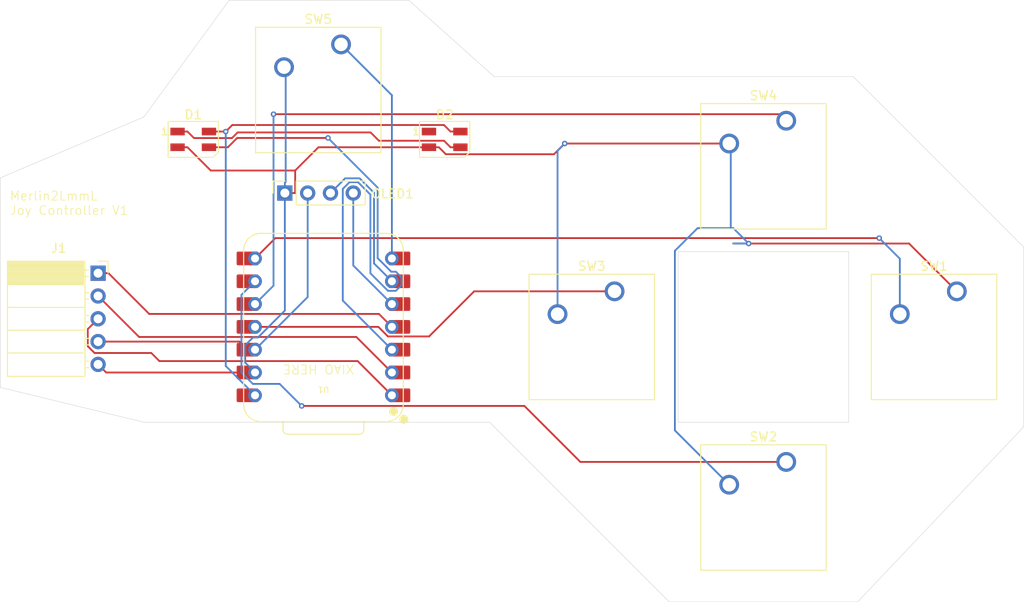
<source format=kicad_pcb>
(kicad_pcb (version 20241229) (generator "pcbnew") (generator_version "9.0")
  (layers (0 "F.Cu" signal) (2 "B.Cu" signal) (13 "F.Paste" user) (15 "B.Paste" user) (5 "F.SilkS" user "F.Silkscreen") (7 "B.SilkS" user "B.Silkscreen") (1 "F.Mask" user) (3 "B.Mask" user) (25 "Edge.Cuts" user))
  (net 0 "")
  (net 1 "GND")
  (net 2 "Net-(D1-DOUT)")
  (net 3 "Net-(D1-DIN)")
  (net 4 "+5V")
  (net 6 "Net-(J1-Pin_3)")
  (net 7 "Net-(J1-Pin_2)")
  (net 8 "Net-(J1-Pin_4)")
  (net 9 "Net-(U1-GPIO1{slash}RX)")
  (net 10 "Net-(U1-GPIO2{slash}SCK)")
  (net 11 "Net-(U1-GPIO3{slash}MOSI)")
  (net 12 "Net-(U1-GPIO4{slash}MISO)")
  (net 13 "Net-(U1-GPIO0{slash}TX)")
  (net 14 "Net-(J1-Pin_1)")
  (net 15 "Net-(OLED1-Pin_4)")
  (net 16 "Net-(OLED1-Pin_3)")
  (footprint "Button_Switch_Keyboard:SW_Cherry_MX_1.00u_PCB" (layer "F.Cu") (at 184.04 69.42)
    (property "Reference" "SW4" (at -2.54 -2.794 0) (layer "F.SilkS"))
    (property "Value" "SW_Push")
    (fp_line (start -9.525 -1.905) (end 4.445 -1.905) (stroke (width 0.12)) (layer "F.SilkS"))
    (fp_line (start -9.525 12.065) (end -9.525 -1.905) (stroke (width 0.12)) (layer "F.SilkS"))
    (fp_line (start 4.445 -1.905) (end 4.445 12.065) (stroke (width 0.12)) (layer "F.SilkS"))
    (fp_line (start 4.445 12.065) (end -9.525 12.065) (stroke (width 0.12)) (layer "F.SilkS"))
    (pad "" np_thru_hole circle (at -7.62 5.08) (size 1.7 1.7) (drill 1.7) (layers "*.Cu" "*.Mask"))
    (pad "" np_thru_hole circle (at -2.54 5.08) (size 4 4) (drill 4) (layers "*.Cu" "*.Mask"))
    (pad "" np_thru_hole circle (at 2.54 5.08) (size 1.7 1.7) (drill 1.7) (layers "*.Cu" "*.Mask"))
    (pad "1" thru_hole circle (at 0 0) (size 2.2 2.2) (drill 1.5) (layers "*.Cu" "*.Mask") (net 12 "Net-(U1-GPIO4{slash}MISO)"))
    (pad "2" thru_hole circle (at -6.35 2.54) (size 2.2 2.2) (drill 1.5) (layers "*.Cu" "*.Mask") (net 1 "GND"))
  )
  (footprint "Connector_PinSocket_2.54mm:PinSocket_1x04_P2.54mm_Vertical" (layer "F.Cu") (at 128.2 77.475 90)
    (property "Reference" "OLED1" (at -0.08 12 180) (layer "F.SilkS"))
    (property "Value" "Conn_01x04_Socket")
    (fp_line (start 1.33 -1.33) (end 1.33 0) (stroke (width 0.12)) (layer "F.SilkS"))
    (fp_line (start 0 -1.33) (end 1.33 -1.33) (stroke (width 0.12)) (layer "F.SilkS"))
    (fp_line (start 1.33 1.27) (end 1.33 8.95) (stroke (width 0.12)) (layer "F.SilkS"))
    (fp_line (start -1.33 1.27) (end 1.33 1.27) (stroke (width 0.12)) (layer "F.SilkS"))
    (fp_line (start -1.33 1.27) (end -1.33 8.95) (stroke (width 0.12)) (layer "F.SilkS"))
    (fp_line (start -1.33 8.95) (end 1.33 8.95) (stroke (width 0.12)) (layer "F.SilkS"))
    (pad "1" thru_hole rect (at 0 0 90) (size 1.7 1.7) (drill 1) (layers "*.Cu" "*.Mask") (net 1 "GND"))
    (pad "2" thru_hole circle (at 0 2.54 90) (size 1.7 1.7) (drill 1) (layers "*.Cu" "*.Mask") (net 8 "Net-(J1-Pin_4)"))
    (pad "3" thru_hole circle (at 0 5.08 90) (size 1.7 1.7) (drill 1) (layers "*.Cu" "*.Mask") (net 16 "Net-(OLED1-Pin_3)"))
    (pad "4" thru_hole circle (at 0 7.62 90) (size 1.7 1.7) (drill 1) (layers "*.Cu" "*.Mask") (net 15 "Net-(OLED1-Pin_4)"))
  )
  (footprint "LED_SMD:LED_SK6812MINI_PLCC4_3.5x3.5mm_P1.75mm" (layer "F.Cu") (at 146 71.5)
    (property "Reference" "D2" (at 0 -2.75 0) (layer "F.SilkS"))
    (property "Value" "SK6812MINI")
    (fp_line (start -2.8 -2) (end -2.8 2) (stroke (width 0.12)) (layer "F.SilkS"))
    (fp_line (start -2.8 -2) (end 2.8 -2) (stroke (width 0.12)) (layer "F.SilkS"))
    (fp_line (start -2.8 2) (end 2.2 2) (stroke (width 0.12)) (layer "F.SilkS"))
    (fp_line (start 2.8 1.4) (end 2.2 2) (stroke (width 0.12)) (layer "F.SilkS"))
    (fp_line (start 2.8 1.4) (end 2.8 -2) (stroke (width 0.12)) (layer "F.SilkS"))
    (fp_text user "1" (at -3.2 -0.875 0) (layer "F.SilkS") (effects (font (size 0.8 0.8))))
    (pad "1" smd rect (at -1.75 -0.875) (size 1.6 0.85) (layers "F.Cu" "F.Mask" "F.Paste"))
    (pad "2" smd rect (at -1.75 0.875) (size 1.6 0.85) (layers "F.Cu" "F.Mask" "F.Paste") (net 1 "GND"))
    (pad "3" smd rect (at 1.75 0.875) (size 1.6 0.85) (layers "F.Cu" "F.Mask" "F.Paste") (net 2 "Net-(D1-DOUT)"))
    (pad "4" smd rect (at 1.75 -0.875) (size 1.6 0.85) (layers "F.Cu" "F.Mask" "F.Paste") (net 4 "+5V"))
  )
  (footprint "Button_Switch_Keyboard:SW_Cherry_MX_1.00u_PCB" (layer "F.Cu") (at 203.04 88.42)
    (property "Reference" "SW1" (at -2.54 -2.794 0) (layer "F.SilkS"))
    (property "Value" "SW_Push")
    (fp_line (start -9.525 -1.905) (end 4.445 -1.905) (stroke (width 0.12)) (layer "F.SilkS"))
    (fp_line (start -9.525 12.065) (end -9.525 -1.905) (stroke (width 0.12)) (layer "F.SilkS"))
    (fp_line (start 4.445 -1.905) (end 4.445 12.065) (stroke (width 0.12)) (layer "F.SilkS"))
    (fp_line (start 4.445 12.065) (end -9.525 12.065) (stroke (width 0.12)) (layer "F.SilkS"))
    (pad "" np_thru_hole circle (at -7.62 5.08) (size 1.7 1.7) (drill 1.7) (layers "*.Cu" "*.Mask"))
    (pad "" np_thru_hole circle (at -2.54 5.08) (size 4 4) (drill 4) (layers "*.Cu" "*.Mask"))
    (pad "" np_thru_hole circle (at 2.54 5.08) (size 1.7 1.7) (drill 1.7) (layers "*.Cu" "*.Mask"))
    (pad "1" thru_hole circle (at 0 0) (size 2.2 2.2) (drill 1.5) (layers "*.Cu" "*.Mask") (net 1 "GND"))
    (pad "2" thru_hole circle (at -6.35 2.54) (size 2.2 2.2) (drill 1.5) (layers "*.Cu" "*.Mask") (net 9 "Net-(U1-GPIO1{slash}RX)"))
  )
  (footprint "Button_Switch_Keyboard:SW_Cherry_MX_1.00u_PCB" (layer "F.Cu") (at 184.04 107.42)
    (property "Reference" "SW2" (at -2.54 -2.794 0) (layer "F.SilkS"))
    (property "Value" "SW_Push")
    (fp_line (start -9.525 -1.905) (end 4.445 -1.905) (stroke (width 0.12)) (layer "F.SilkS"))
    (fp_line (start -9.525 12.065) (end -9.525 -1.905) (stroke (width 0.12)) (layer "F.SilkS"))
    (fp_line (start 4.445 -1.905) (end 4.445 12.065) (stroke (width 0.12)) (layer "F.SilkS"))
    (fp_line (start 4.445 12.065) (end -9.525 12.065) (stroke (width 0.12)) (layer "F.SilkS"))
    (pad "" np_thru_hole circle (at -7.62 5.08) (size 1.7 1.7) (drill 1.7) (layers "*.Cu" "*.Mask"))
    (pad "" np_thru_hole circle (at -2.54 5.08) (size 4 4) (drill 4) (layers "*.Cu" "*.Mask"))
    (pad "" np_thru_hole circle (at 2.54 5.08) (size 1.7 1.7) (drill 1.7) (layers "*.Cu" "*.Mask"))
    (pad "1" thru_hole circle (at 0 0) (size 2.2 2.2) (drill 1.5) (layers "*.Cu" "*.Mask") (net 10 "Net-(U1-GPIO2{slash}SCK)"))
    (pad "2" thru_hole circle (at -6.35 2.54) (size 2.2 2.2) (drill 1.5) (layers "*.Cu" "*.Mask") (net 1 "GND"))
  )
  (footprint "OPL Library:XIAO-RP2040-DIP" (layer "F.Cu") (at 132.5 92.38 180)
    (property "Reference" "U1" (at 0 -7 180) (layer "F.SilkS") (effects (font (size 0.635 0.635) (thickness 0.1016))))
    (property "Value" "XIAO-RP2040-DIP")
    (fp_line (start 8.89 8.509) (end 8.89 -8.636) (stroke (width 0.127)) (layer "F.SilkS"))
    (fp_line (start 6.985 -10.541) (end -6.985 -10.541) (stroke (width 0.1)) (layer "F.SilkS"))
    (fp_line (start 6.985 -10.541) (end -6.985 -10.541) (stroke (width 0.127)) (layer "F.SilkS"))
    (fp_line (start 4.504 -11.451) (end 4.504 -10.541) (stroke (width 0.127)) (layer "F.SilkS"))
    (fp_line (start -3.991272 -11.951) (end 4.004 -11.951) (stroke (width 0.127)) (layer "F.SilkS"))
    (fp_line (start -4.495 -10.541) (end -4.491272 -11.451272) (stroke (width 0.127)) (layer "F.SilkS"))
    (fp_line (start -6.985 10.414) (end 6.985 10.414) (stroke (width 0.127)) (layer "F.SilkS"))
    (fp_line (start -8.89 8.509) (end -8.89 -8.636) (stroke (width 0.127)) (layer "F.SilkS"))
    (fp_arc (start 8.89 8.509) (mid 8.332038 9.856038) (end 6.985 10.414) (stroke (width 0.127)) (layer "F.SilkS"))
    (fp_arc (start 6.985 -10.541) (mid 8.332038 -9.983038) (end 8.89 -8.636) (stroke (width 0.127)) (layer "F.SilkS"))
    (fp_arc (start 4.004 -11.951) (mid 4.357553 -11.804553) (end 4.504 -11.451) (stroke (width 0.127)) (layer "F.SilkS"))
    (fp_arc (start -4.491272 -11.451272) (mid -4.344728 -11.80464) (end -3.991272 -11.951) (stroke (width 0.127)) (layer "F.SilkS"))
    (fp_arc (start -6.985 10.414) (mid -8.332038 9.856038) (end -8.89 8.509) (stroke (width 0.127)) (layer "F.SilkS"))
    (fp_arc (start -8.89 -8.636) (mid -8.332038 -9.983038) (end -6.985 -10.541) (stroke (width 0.127)) (layer "F.SilkS"))
    (fp_circle (center -7.807 -9.42) (end -7.807 -9.674) (stroke (width 0.5)) (fill yes) (layer "F.SilkS"))
    (fp_circle (center -8.95 -10.3) (end -8.95 -10.554) (stroke (width 0.5)) (fill yes) (layer "F.SilkS"))
    (pad "1" smd roundrect (at -8.455 -7.62) (size 2.432 1.524) (layers "F.Cu" "F.Mask") (roundrect_rratio 0.1) (net 6 "Net-(J1-Pin_3)"))
    (pad "1" thru_hole circle (at -7.62 -7.62) (size 1.524 1.524) (drill 0.889) (layers "*.Cu" "*.Mask") (net 6 "Net-(J1-Pin_3)"))
    (pad "2" smd roundrect (at -8.455 -5.08) (size 2.432 1.524) (layers "F.Cu" "F.Mask") (roundrect_rratio 0.1) (net 7 "Net-(J1-Pin_2)"))
    (pad "2" thru_hole circle (at -7.62 -5.08) (size 1.524 1.524) (drill 0.889) (layers "*.Cu" "*.Mask") (net 7 "Net-(J1-Pin_2)"))
    (pad "3" smd roundrect (at -8.455 -2.54) (size 2.432 1.524) (layers "F.Cu" "F.Mask") (roundrect_rratio 0.1) (net 3 "Net-(D1-DIN)"))
    (pad "3" thru_hole circle (at -7.62 -2.54) (size 1.524 1.524) (drill 0.889) (layers "*.Cu" "*.Mask") (net 3 "Net-(D1-DIN)"))
    (pad "4" smd roundrect (at -8.455 0) (size 2.432 1.524) (layers "F.Cu" "F.Mask") (roundrect_rratio 0.1) (net 14 "Net-(J1-Pin_1)"))
    (pad "4" thru_hole circle (at -7.62 0) (size 1.524 1.524) (drill 0.889) (layers "*.Cu" "*.Mask") (net 14 "Net-(J1-Pin_1)"))
    (pad "5" smd roundrect (at -8.455 2.54) (size 2.432 1.524) (layers "F.Cu" "F.Mask") (roundrect_rratio 0.1) (net 15 "Net-(OLED1-Pin_4)"))
    (pad "5" thru_hole circle (at -7.62 2.54) (size 1.524 1.524) (drill 0.889) (layers "*.Cu" "*.Mask") (net 15 "Net-(OLED1-Pin_4)"))
    (pad "6" smd roundrect (at -8.455 5.08) (size 2.432 1.524) (layers "F.Cu" "F.Mask") (roundrect_rratio 0.1) (net 16 "Net-(OLED1-Pin_3)"))
    (pad "6" thru_hole circle (at -7.62 5.08) (size 1.524 1.524) (drill 0.889) (layers "*.Cu" "*.Mask") (net 16 "Net-(OLED1-Pin_3)"))
    (pad "7" smd roundrect (at -8.455 7.62) (size 2.432 1.524) (layers "F.Cu" "F.Mask") (roundrect_rratio 0.1) (net 13 "Net-(U1-GPIO0{slash}TX)"))
    (pad "7" thru_hole circle (at -7.62 7.62) (size 1.524 1.524) (drill 0.889) (layers "*.Cu" "*.Mask") (net 13 "Net-(U1-GPIO0{slash}TX)"))
    (pad "8" thru_hole circle (at 7.62 7.62 180) (size 1.524 1.524) (drill 0.889) (layers "*.Cu" "*.Mask") (net 9 "Net-(U1-GPIO1{slash}RX)"))
    (pad "8" smd roundrect (at 8.455 7.62 180) (size 2.432 1.524) (layers "F.Cu" "F.Mask") (roundrect_rratio 0.1) (net 9 "Net-(U1-GPIO1{slash}RX)"))
    (pad "9" thru_hole circle (at 7.62 5.08 180) (size 1.524 1.524) (drill 0.889) (layers "*.Cu" "*.Mask") (net 10 "Net-(U1-GPIO2{slash}SCK)"))
    (pad "9" smd roundrect (at 8.455 5.08 180) (size 2.432 1.524) (layers "F.Cu" "F.Mask") (roundrect_rratio 0.1) (net 10 "Net-(U1-GPIO2{slash}SCK)"))
    (pad "10" thru_hole circle (at 7.62 2.54 180) (size 1.524 1.524) (drill 0.889) (layers "*.Cu" "*.Mask") (net 12 "Net-(U1-GPIO4{slash}MISO)"))
    (pad "10" smd roundrect (at 8.455 2.54 180) (size 2.432 1.524) (layers "F.Cu" "F.Mask") (roundrect_rratio 0.1) (net 12 "Net-(U1-GPIO4{slash}MISO)"))
    (pad "11" thru_hole circle (at 7.62 0 180) (size 1.524 1.524) (drill 0.889) (layers "*.Cu" "*.Mask") (net 11 "Net-(U1-GPIO3{slash}MOSI)"))
    (pad "11" smd roundrect (at 8.455 0 180) (size 2.432 1.524) (layers "F.Cu" "F.Mask") (roundrect_rratio 0.1) (net 11 "Net-(U1-GPIO3{slash}MOSI)"))
    (pad "12" thru_hole circle (at 7.62 -2.54 180) (size 1.524 1.524) (drill 0.889) (layers "*.Cu" "*.Mask") (net 8 "Net-(J1-Pin_4)"))
    (pad "12" smd roundrect (at 8.455 -2.54 180) (size 2.432 1.524) (layers "F.Cu" "F.Mask") (roundrect_rratio 0.1) (net 8 "Net-(J1-Pin_4)"))
    (pad "13" thru_hole circle (at 7.62 -5.08 180) (size 1.524 1.524) (drill 0.889) (layers "*.Cu" "*.Mask") (net 1 "GND"))
    (pad "13" smd roundrect (at 8.455 -5.08 180) (size 2.432 1.524) (layers "F.Cu" "F.Mask") (roundrect_rratio 0.1) (net 1 "GND"))
    (pad "14" thru_hole circle (at 7.62 -7.62 180) (size 1.524 1.524) (drill 0.889) (layers "*.Cu" "*.Mask") (net 4 "+5V"))
    (pad "14" smd roundrect (at 8.455 -7.62 180) (size 2.432 1.524) (layers "F.Cu" "F.Mask") (roundrect_rratio 0.1) (net 4 "+5V"))
  )
  (footprint "Button_Switch_Keyboard:SW_Cherry_MX_1.00u_PCB" (layer "F.Cu") (at 134.46 60.92)
    (property "Reference" "SW5" (at -2.54 -2.794 0) (layer "F.SilkS"))
    (property "Value" "SW_Push")
    (fp_line (start -9.525 -1.905) (end 4.445 -1.905) (stroke (width 0.12)) (layer "F.SilkS"))
    (fp_line (start -9.525 12.065) (end -9.525 -1.905) (stroke (width 0.12)) (layer "F.SilkS"))
    (fp_line (start 4.445 -1.905) (end 4.445 12.065) (stroke (width 0.12)) (layer "F.SilkS"))
    (fp_line (start 4.445 12.065) (end -9.525 12.065) (stroke (width 0.12)) (layer "F.SilkS"))
    (pad "" np_thru_hole circle (at -7.62 5.08) (size 1.7 1.7) (drill 1.7) (layers "*.Cu" "*.Mask"))
    (pad "" np_thru_hole circle (at -2.54 5.08) (size 4 4) (drill 4) (layers "*.Cu" "*.Mask"))
    (pad "" np_thru_hole circle (at 2.54 5.08) (size 1.7 1.7) (drill 1.7) (layers "*.Cu" "*.Mask"))
    (pad "1" thru_hole circle (at 0 0) (size 2.2 2.2) (drill 1.5) (layers "*.Cu" "*.Mask") (net 13 "Net-(U1-GPIO0{slash}TX)"))
    (pad "2" thru_hole circle (at -6.35 2.54) (size 2.2 2.2) (drill 1.5) (layers "*.Cu" "*.Mask") (net 1 "GND"))
  )
  (footprint "Button_Switch_Keyboard:SW_Cherry_MX_1.00u_PCB" (layer "F.Cu") (at 164.92 88.42)
    (property "Reference" "SW3" (at -2.54 -2.794 0) (layer "F.SilkS"))
    (property "Value" "SW_Push")
    (fp_line (start -9.525 -1.905) (end 4.445 -1.905) (stroke (width 0.12)) (layer "F.SilkS"))
    (fp_line (start -9.525 12.065) (end -9.525 -1.905) (stroke (width 0.12)) (layer "F.SilkS"))
    (fp_line (start 4.445 -1.905) (end 4.445 12.065) (stroke (width 0.12)) (layer "F.SilkS"))
    (fp_line (start 4.445 12.065) (end -9.525 12.065) (stroke (width 0.12)) (layer "F.SilkS"))
    (pad "" np_thru_hole circle (at -7.62 5.08) (size 1.7 1.7) (drill 1.7) (layers "*.Cu" "*.Mask"))
    (pad "" np_thru_hole circle (at -2.54 5.08) (size 4 4) (drill 4) (layers "*.Cu" "*.Mask"))
    (pad "" np_thru_hole circle (at 2.54 5.08) (size 1.7 1.7) (drill 1.7) (layers "*.Cu" "*.Mask"))
    (pad "1" thru_hole circle (at 0 0) (size 2.2 2.2) (drill 1.5) (layers "*.Cu" "*.Mask") (net 11 "Net-(U1-GPIO3{slash}MOSI)"))
    (pad "2" thru_hole circle (at -6.35 2.54) (size 2.2 2.2) (drill 1.5) (layers "*.Cu" "*.Mask") (net 1 "GND"))
  )
  (footprint "Connector_PinSocket_2.54mm:PinSocket_1x05_P2.54mm_Horizontal" (layer "F.Cu") (at 107.4 86.4)
    (property "Reference" "J1" (at -4.38 -2.77 0) (layer "F.SilkS"))
    (property "Value" "JOY1")
    (fp_line (start -10.09 -1.33) (end -10.09 11.49) (stroke (width 0.12)) (layer "F.SilkS"))
    (fp_line (start -10.09 -1.33) (end -1.46 -1.33) (stroke (width 0.12)) (layer "F.SilkS"))
    (fp_line (start -10.09 -1.21) (end -1.46 -1.21) (stroke (width 0.12)) (layer "F.SilkS"))
    (fp_line (start -10.09 -1.091905) (end -1.46 -1.091905) (stroke (width 0.12)) (layer "F.SilkS"))
    (fp_line (start -10.09 -0.97381) (end -1.46 -0.97381) (stroke (width 0.12)) (layer "F.SilkS"))
    (fp_line (start -10.09 -0.855715) (end -1.46 -0.855715) (stroke (width 0.12)) (layer "F.SilkS"))
    (fp_line (start -10.09 -0.73762) (end -1.46 -0.73762) (stroke (width 0.12)) (layer "F.SilkS"))
    (fp_line (start -10.09 -0.619525) (end -1.46 -0.619525) (stroke (width 0.12)) (layer "F.SilkS"))
    (fp_line (start -10.09 -0.50143) (end -1.46 -0.50143) (stroke (width 0.12)) (layer "F.SilkS"))
    (fp_line (start -10.09 -0.383335) (end -1.46 -0.383335) (stroke (width 0.12)) (layer "F.SilkS"))
    (fp_line (start -10.09 -0.26524) (end -1.46 -0.26524) (stroke (width 0.12)) (layer "F.SilkS"))
    (fp_line (start -10.09 -0.147145) (end -1.46 -0.147145) (stroke (width 0.12)) (layer "F.SilkS"))
    (fp_line (start -10.09 -0.02905) (end -1.46 -0.02905) (stroke (width 0.12)) (layer "F.SilkS"))
    (fp_line (start -10.09 0.089045) (end -1.46 0.089045) (stroke (width 0.12)) (layer "F.SilkS"))
    (fp_line (start -10.09 0.20714) (end -1.46 0.20714) (stroke (width 0.12)) (layer "F.SilkS"))
    (fp_line (start -10.09 0.325235) (end -1.46 0.325235) (stroke (width 0.12)) (layer "F.SilkS"))
    (fp_line (start -10.09 0.44333) (end -1.46 0.44333) (stroke (width 0.12)) (layer "F.SilkS"))
    (fp_line (start -10.09 0.561425) (end -1.46 0.561425) (stroke (width 0.12)) (layer "F.SilkS"))
    (fp_line (start -10.09 0.67952) (end -1.46 0.67952) (stroke (width 0.12)) (layer "F.SilkS"))
    (fp_line (start -10.09 0.797615) (end -1.46 0.797615) (stroke (width 0.12)) (layer "F.SilkS"))
    (fp_line (start -10.09 0.91571) (end -1.46 0.91571) (stroke (width 0.12)) (layer "F.SilkS"))
    (fp_line (start -10.09 1.033805) (end -1.46 1.033805) (stroke (width 0.12)) (layer "F.SilkS"))
    (fp_line (start -10.09 1.1519) (end -1.46 1.1519) (stroke (width 0.12)) (layer "F.SilkS"))
    (fp_line (start -10.09 1.27) (end -1.46 1.27) (stroke (width 0.12)) (layer "F.SilkS"))
    (fp_line (start -10.09 3.81) (end -1.46 3.81) (stroke (width 0.12)) (layer "F.SilkS"))
    (fp_line (start -10.09 6.35) (end -1.46 6.35) (stroke (width 0.12)) (layer "F.SilkS"))
    (fp_line (start -10.09 8.89) (end -1.46 8.89) (stroke (width 0.12)) (layer "F.SilkS"))
    (fp_line (start -10.09 11.49) (end -1.46 11.49) (stroke (width 0.12)) (layer "F.SilkS"))
    (fp_line (start -1.46 -1.33) (end -1.46 11.49) (stroke (width 0.12)) (layer "F.SilkS"))
    (fp_line (start -1.46 -0.36) (end -1.11 -0.36) (stroke (width 0.12)) (layer "F.SilkS"))
    (fp_line (start -1.46 0.36) (end -1.11 0.36) (stroke (width 0.12)) (layer "F.SilkS"))
    (fp_line (start -1.46 2.18) (end -1.05 2.18) (stroke (width 0.12)) (layer "F.SilkS"))
    (fp_line (start -1.46 2.9) (end -1.05 2.9) (stroke (width 0.12)) (layer "F.SilkS"))
    (fp_line (start -1.46 4.72) (end -1.05 4.72) (stroke (width 0.12)) (layer "F.SilkS"))
    (fp_line (start -1.46 5.44) (end -1.05 5.44) (stroke (width 0.12)) (layer "F.SilkS"))
    (fp_line (start -1.46 7.26) (end -1.05 7.26) (stroke (width 0.12)) (layer "F.SilkS"))
    (fp_line (start -1.46 7.98) (end -1.05 7.98) (stroke (width 0.12)) (layer "F.SilkS"))
    (fp_line (start -1.46 9.8) (end -1.05 9.8) (stroke (width 0.12)) (layer "F.SilkS"))
    (fp_line (start -1.46 10.52) (end -1.05 10.52) (stroke (width 0.12)) (layer "F.SilkS"))
    (fp_line (start 0 -1.33) (end 1.11 -1.33) (stroke (width 0.12)) (layer "F.SilkS"))
    (fp_line (start 1.11 -1.33) (end 1.11 0) (stroke (width 0.12)) (layer "F.SilkS"))
    (pad "1" thru_hole rect (at 0 0) (size 1.7 1.7) (drill 1) (layers "*.Cu" "*.Mask") (net 14 "Net-(J1-Pin_1)"))
    (pad "2" thru_hole circle (at 0 2.54) (size 1.7 1.7) (drill 1) (layers "*.Cu" "*.Mask") (net 7 "Net-(J1-Pin_2)"))
    (pad "3" thru_hole circle (at 0 5.08) (size 1.7 1.7) (drill 1) (layers "*.Cu" "*.Mask") (net 6 "Net-(J1-Pin_3)"))
    (pad "4" thru_hole circle (at 0 7.62) (size 1.7 1.7) (drill 1) (layers "*.Cu" "*.Mask") (net 8 "Net-(J1-Pin_4)"))
    (pad "5" thru_hole circle (at 0 10.16) (size 1.7 1.7) (drill 1) (layers "*.Cu" "*.Mask") (net 1 "GND"))
  )
  (footprint "LED_SMD:LED_SK6812MINI_PLCC4_3.5x3.5mm_P1.75mm" (layer "F.Cu") (at 118 71.5)
    (property "Reference" "D1" (at 0 -2.75 0) (layer "F.SilkS"))
    (property "Value" "SK6812MINI")
    (fp_line (start -2.8 -2) (end -2.8 2) (stroke (width 0.12)) (layer "F.SilkS"))
    (fp_line (start -2.8 -2) (end 2.8 -2) (stroke (width 0.12)) (layer "F.SilkS"))
    (fp_line (start -2.8 2) (end 2.2 2) (stroke (width 0.12)) (layer "F.SilkS"))
    (fp_line (start 2.8 1.4) (end 2.2 2) (stroke (width 0.12)) (layer "F.SilkS"))
    (fp_line (start 2.8 1.4) (end 2.8 -2) (stroke (width 0.12)) (layer "F.SilkS"))
    (fp_text user "1" (at -3.2 -0.875 0) (layer "F.SilkS") (effects (font (size 0.8 0.8))))
    (pad "1" smd rect (at -1.75 -0.875) (size 1.6 0.85) (layers "F.Cu" "F.Mask" "F.Paste") (net 2 "Net-(D1-DOUT)"))
    (pad "2" smd rect (at -1.75 0.875) (size 1.6 0.85) (layers "F.Cu" "F.Mask" "F.Paste") (net 1 "GND"))
    (pad "3" smd rect (at 1.75 0.875) (size 1.6 0.85) (layers "F.Cu" "F.Mask" "F.Paste") (net 3 "Net-(D1-DIN)"))
    (pad "4" smd rect (at 1.75 -0.875) (size 1.6 0.85) (layers "F.Cu" "F.Mask" "F.Paste") (net 4 "+5V"))
  )
  (gr_line (start 192 123) (end 210.5 103.5) (stroke (width 0.05)) (layer "Edge.Cuts"))
  (gr_line (start 151.5 64.5) (end 142 56) (stroke (width 0.05)) (layer "Edge.Cuts"))
  (gr_line (start 171 123) (end 151 103) (stroke (width 0.05)) (layer "Edge.Cuts"))
  (gr_line (start 96.5 75.787879) (end 96.5 99.121212) (stroke (width 0.05)) (layer "Edge.Cuts"))
  (gr_line (start 112.5 69) (end 112.5 69) (stroke (width 0.05)) (layer "Edge.Cuts"))
  (gr_rect (start 172 84) (end 191 103) (stroke (width 0.05)) (fill no) (layer "Edge.Cuts"))
  (gr_line (start 191.5 64.5) (end 151.5 64.5) (stroke (width 0.05)) (layer "Edge.Cuts"))
  (gr_line (start 192 123) (end 171 123) (stroke (width 0.05)) (layer "Edge.Cuts"))
  (gr_line (start 210.5 103.5) (end 210.5 83.5) (stroke (width 0.05)) (layer "Edge.Cuts"))
  (gr_line (start 112.5 69) (end 96.499999 75.787879) (stroke (width 0.05)) (layer "Edge.Cuts"))
  (gr_line (start 142 56) (end 122 56) (stroke (width 0.05)) (layer "Edge.Cuts"))
  (gr_line (start 210.5 83.5) (end 191.5 64.5) (stroke (width 0.05)) (layer "Edge.Cuts"))
  (gr_line (start 112.5 103) (end 151 103) (stroke (width 0.05)) (layer "Edge.Cuts"))
  (gr_line (start 122 56) (end 112.5 69) (stroke (width 0.05)) (layer "Edge.Cuts"))
  (gr_line (start 96.5 99.121212) (end 112.5 103) (stroke (width 0.05)) (layer "Edge.Cuts"))
  (gr_text "Merlin2LmmL\nJoy Controller V1" (at 97.5 80 0) (layer "F.SilkS") (effects (font (size 1 1) (thickness 0.1)) (justify left bottom)))
  (gr_text "XIAO HERE" (at 136 96.5 180) (layer "F.SilkS") (effects (font (size 1 1) (thickness 0.1)) (justify left bottom)))
  (segment (start 144.25 72.375) (end 145.3517 72.375) (width 0.2) (layer "F.Cu") (net 1))
  (segment (start 128.2 77.475) (end 129.3517 77.475) (width 0.2) (layer "F.Cu") (net 1))
  (segment (start 179.8566 83.0974) (end 197.7174 83.0974) (width 0.2) (layer "F.Cu") (net 1))
  (segment (start 117.3517 72.375) (end 119.9426 74.9659) (width 0.2) (layer "F.Cu") (net 1))
  (segment (start 144.25 72.375) (end 131.9426 72.375) (width 0.2) (layer "F.Cu") (net 1))
  (segment (start 177.69 71.96) (end 159.367 71.96) (width 0.2) (layer "F.Cu") (net 1))
  (segment (start 179.8566 83.0974) (end 178.1469 83.0974) (width 0.2) (layer "F.Cu") (net 1))
  (segment (start 116.25 72.375) (end 117.3517 72.375) (width 0.2) (layer "F.Cu") (net 1))
  (segment (start 129.3517 74.9659) (end 129.3517 77.475) (width 0.2) (layer "F.Cu") (net 1))
  (segment (start 124.045 97.46) (end 108.3 97.46) (width 0.2) (layer "F.Cu") (net 1))
  (segment (start 178.1469 83.0974) (end 179.8566 83.0974) (width 0.2) (layer "F.Cu") (net 1))
  (segment (start 131.9426 72.375) (end 129.3517 74.9659) (width 0.2) (layer "F.Cu") (net 1))
  (segment (start 197.7174 83.0974) (end 203.04 88.42) (width 0.2) (layer "F.Cu") (net 1))
  (segment (start 145.3517 72.375) (end 146.1275 73.1508) (width 0.2) (layer "F.Cu") (net 1))
  (segment (start 146.1275 73.1508) (end 158.1762 73.1508) (width 0.2) (layer "F.Cu") (net 1))
  (segment (start 119.9426 74.9659) (end 129.3517 74.9659) (width 0.2) (layer "F.Cu") (net 1))
  (segment (start 158.1762 73.1508) (end 159.367 71.96) (width 0.2) (layer "F.Cu") (net 1))
  (segment (start 108.3 97.46) (end 107.4 96.56) (width 0.2) (layer "F.Cu") (net 1))
  (segment (start 124.045 97.46) (end 124.88 97.46) (width 0.2) (layer "F.Cu") (net 1))
  (via (at 179.8566 83.0974) (size 0.6) (drill 0.3) (layers "F.Cu" "B.Cu") (net 1))
  (via (at 159.367 71.96) (size 0.6) (drill 0.3) (layers "F.Cu" "B.Cu") (net 1))
  (segment (start 177.8613 81.3877) (end 177.8613 72.1313) (width 0.2) (layer "B.Cu") (net 1))
  (segment (start 124.88 97.46) (end 123.7925 96.3725) (width 0.2) (layer "B.Cu") (net 1))
  (segment (start 128.2 90.5644) (end 128.2 77.475) (width 0.2) (layer "B.Cu") (net 1))
  (segment (start 128.11 63.46) (end 128.2917 63.6417) (width 0.2) (layer "B.Cu") (net 1))
  (segment (start 179.8566 83.0974) (end 178.1469 81.3877) (width 0.2) (layer "B.Cu") (net 1))
  (segment (start 174.1629 81.3877) (end 171.6383 83.9123) (width 0.2) (layer "B.Cu") (net 1))
  (segment (start 123.7925 94.4208) (end 124.6512 93.5621) (width 0.2) (layer "B.Cu") (net 1))
  (segment (start 128.2917 76.2316) (end 128.2 76.3233) (width 0.2) (layer "B.Cu") (net 1))
  (segment (start 124.6512 93.5621) (end 125.2023 93.5621) (width 0.2) (layer "B.Cu") (net 1))
  (segment (start 178.1469 83.0974) (end 179.8566 83.0974) (width 0.2) (layer "B.Cu") (net 1))
  (segment (start 179.8566 83.0974) (end 178.1469 83.0974) (width 0.2) (layer "B.Cu") (net 1))
  (segment (start 158.57 72.757) (end 158.57 90.96) (width 0.2) (layer "B.Cu") (net 1))
  (segment (start 128.2 77.2241) (end 128.2 76.3233) (width 0.2) (layer "B.Cu") (net 1))
  (segment (start 171.6383 83.9123) (end 171.6383 103.9083) (width 0.2) (layer "B.Cu") (net 1))
  (segment (start 177.8613 81.3877) (end 174.1629 81.3877) (width 0.2) (layer "B.Cu") (net 1))
  (segment (start 125.2023 93.5621) (end 128.2 90.5644) (width 0.2) (layer "B.Cu") (net 1))
  (segment (start 178.1469 81.3877) (end 177.8613 81.3877) (width 0.2) (layer "B.Cu") (net 1))
  (segment (start 123.7925 96.3725) (end 123.7925 94.4208) (width 0.2) (layer "B.Cu") (net 1))
  (segment (start 177.8613 72.1313) (end 177.69 71.96) (width 0.2) (layer "B.Cu") (net 1))
  (segment (start 159.367 71.96) (end 158.57 72.757) (width 0.2) (layer "B.Cu") (net 1))
  (segment (start 171.6383 103.9083) (end 177.69 109.96) (width 0.2) (layer "B.Cu") (net 1))
  (segment (start 128.2 77.2241) (end 128.2 77.475) (width 0.2) (layer "B.Cu") (net 1))
  (segment (start 128.2917 63.6417) (end 128.2917 76.2316) (width 0.2) (layer "B.Cu") (net 1))
  (segment (start 147.75 72.375) (end 146.6483 72.375) (width 0.2) (layer "F.Cu") (net 2))
  (segment (start 145.9216 71.6483) (end 146.6483 72.375) (width 0.2) (layer "F.Cu") (net 2))
  (segment (start 122.3096 71.3517) (end 122.9376 70.7237) (width 0.2) (layer "F.Cu") (net 2))
  (segment (start 138.6719 71.6483) (end 145.9216 71.6483) (width 0.2) (layer "F.Cu") (net 2))
  (segment (start 122.9376 70.7237) (end 137.7473 70.7237) (width 0.2) (layer "F.Cu") (net 2))
  (segment (start 116.25 70.625) (end 117.3517 70.625) (width 0.2) (layer "F.Cu") (net 2))
  (segment (start 117.3517 70.625) (end 118.0784 71.3517) (width 0.2) (layer "F.Cu") (net 2))
  (segment (start 137.7473 70.7237) (end 138.6719 71.6483) (width 0.2) (layer "F.Cu") (net 2))
  (segment (start 118.0784 71.3517) (end 122.3096 71.3517) (width 0.2) (layer "F.Cu") (net 2))
  (segment (start 120.8517 72.375) (end 121.8545 72.375) (width 0.2) (layer "F.Cu") (net 3))
  (segment (start 122.8892 71.3403) (end 133.0038 71.3403) (width 0.2) (layer "F.Cu") (net 3))
  (segment (start 121.8545 72.375) (end 122.8892 71.3403) (width 0.2) (layer "F.Cu") (net 3))
  (segment (start 119.75 72.375) (end 120.8517 72.375) (width 0.2) (layer "F.Cu") (net 3))
  (segment (start 140.12 94.92) (end 140.955 94.92) (width 0.2) (layer "F.Cu") (net 3))
  (via (at 133.0038 71.3403) (size 0.6) (drill 0.3) (layers "F.Cu" "B.Cu") (net 3))
  (segment (start 140.5607 88.3637) (end 141.1837 87.7407) (width 0.2) (layer "B.Cu") (net 3))
  (segment (start 138.5332 76.8697) (end 133.0038 71.3403) (width 0.2) (layer "B.Cu") (net 3))
  (segment (start 138.5332 84.7209) (end 138.5332 76.8697) (width 0.2) (layer "B.Cu") (net 3))
  (segment (start 140.5607 86.2363) (end 140.0486 86.2363) (width 0.2) (layer "B.Cu") (net 3))
  (segment (start 141.1837 86.8593) (end 140.5607 86.2363) (width 0.2) (layer "B.Cu") (net 3))
  (segment (start 137.7297 77.6468) (end 137.7297 86.414) (width 0.2) (layer "B.Cu") (net 3))
  (segment (start 136.3468 76.2639) (end 137.7297 77.6468) (width 0.2) (layer "B.Cu") (net 3))
  (segment (start 134.6506 89.4506) (end 134.6506 77.0147) (width 0.2) (layer "B.Cu") (net 3))
  (segment (start 139.6794 88.3637) (end 140.5607 88.3637) (width 0.2) (layer "B.Cu") (net 3))
  (segment (start 137.7297 86.414) (end 139.6794 88.3637) (width 0.2) (layer "B.Cu") (net 3))
  (segment (start 141.1837 87.7407) (end 141.1837 86.8593) (width 0.2) (layer "B.Cu") (net 3))
  (segment (start 134.6506 77.0147) (end 135.4014 76.2639) (width 0.2) (layer "B.Cu") (net 3))
  (segment (start 140.12 94.92) (end 134.6506 89.4506) (width 0.2) (layer "B.Cu") (net 3))
  (segment (start 135.4014 76.2639) (end 136.3468 76.2639) (width 0.2) (layer "B.Cu") (net 3))
  (segment (start 140.0486 86.2363) (end 138.5332 84.7209) (width 0.2) (layer "B.Cu") (net 3))
  (segment (start 147.75 70.625) (end 146.6483 70.625) (width 0.2) (layer "F.Cu") (net 4))
  (segment (start 119.75 70.625) (end 120.9129 70.625) (width 0.2) (layer "F.Cu") (net 4))
  (segment (start 124.88 100) (end 124.045 100) (width 0.2) (layer "F.Cu") (net 4))
  (segment (start 121.6175 70.6251) (end 121.6174 70.625) (width 0.2) (layer "F.Cu") (net 4))
  (segment (start 120.9542 70.625) (end 120.9129 70.625) (width 0.2) (layer "F.Cu") (net 4))
  (segment (start 121.6174 70.625) (end 122.3441 69.8983) (width 0.2) (layer "F.Cu") (net 4))
  (segment (start 122.3441 69.8983) (end 145.9216 69.8983) (width 0.2) (layer "F.Cu") (net 4))
  (segment (start 121.6174 70.625) (end 120.9542 70.625) (width 0.2) (layer "F.Cu") (net 4))
  (segment (start 145.9216 69.8983) (end 146.6483 70.625) (width 0.2) (layer "F.Cu") (net 4))
  (segment (start 121.6175 70.6251) (end 121.6174 70.625) (width 0.2) (layer "F.Cu") (net 4))
  (via (at 121.6174 70.625) (size 0.6) (drill 0.3) (layers "F.Cu" "B.Cu") (net 4))
  (segment (start 124.88 100) (end 121.6175 96.7375) (width 0.2) (layer "B.Cu") (net 4))
  (segment (start 121.6175 96.7375) (end 121.6175 70.6251) (width 0.2) (layer "B.Cu") (net 4))
  (segment (start 121.6175 70.6251) (end 121.6174 70.625) (width 0.2) (layer "B.Cu") (net 4))
  (segment (start 106.2478 92.6322) (end 107.4 91.48) (width 0.2) (layer "F.Cu") (net 6))
  (segment (start 140.955 100) (end 140.12 100) (width 0.2) (layer "F.Cu") (net 6))
  (segment (start 106.2478 94.5303) (end 106.2478 92.6322) (width 0.2) (layer "F.Cu") (net 6))
  (segment (start 136.31 96.19) (end 114.2243 96.19) (width 0.2) (layer "F.Cu") (net 6))
  (segment (start 114.2243 96.19) (end 113.3243 95.29) (width 0.2) (layer "F.Cu") (net 6))
  (segment (start 140.12 100) (end 136.31 96.19) (width 0.2) (layer "F.Cu") (net 6))
  (segment (start 113.3243 95.29) (end 107.0075 95.29) (width 0.2) (layer "F.Cu") (net 6))
  (segment (start 107.0075 95.29) (end 106.2478 94.5303) (width 0.2) (layer "F.Cu") (net 6))
  (segment (start 111.9644 93.5044) (end 136.1644 93.5044) (width 0.2) (layer "F.Cu") (net 7))
  (segment (start 140.12 97.46) (end 140.955 97.46) (width 0.2) (layer "F.Cu") (net 7))
  (segment (start 136.1644 93.5044) (end 140.12 97.46) (width 0.2) (layer "F.Cu") (net 7))
  (segment (start 107.4 88.94) (end 111.9644 93.5044) (width 0.2) (layer "F.Cu") (net 7))
  (segment (start 124.045 94.92) (end 124.88 94.92) (width 0.2) (layer "F.Cu") (net 8))
  (segment (start 107.4 94.02) (end 123.145 94.02) (width 0.2) (layer "F.Cu") (net 8))
  (segment (start 123.145 94.02) (end 124.045 94.92) (width 0.2) (layer "F.Cu") (net 8))
  (segment (start 130.74 89.06) (end 130.74 77.475) (width 0.2) (layer "B.Cu") (net 8))
  (segment (start 124.88 94.92) (end 130.74 89.06) (width 0.2) (layer "B.Cu") (net 8))
  (segment (start 124.88 84.76) (end 124.8583 84.76) (width 0.2) (layer "F.Cu") (net 9))
  (segment (start 124.4625 84.76) (end 124.045 84.76) (width 0.2) (layer "F.Cu") (net 9))
  (segment (start 124.6713 84.76) (end 124.4625 84.76) (width 0.2) (layer "F.Cu") (net 9))
  (segment (start 127.1461 82.4939) (end 194.3959 82.4939) (width 0.2) (layer "F.Cu") (net 9))
  (segment (start 124.7757 84.76) (end 124.6713 84.76) (width 0.2) (layer "F.Cu") (net 9))
  (segment (start 124.817 84.76) (end 124.7757 84.76) (width 0.2) (layer "F.Cu") (net 9))
  (segment (start 124.88 84.76) (end 127.1461 82.4939) (width 0.2) (layer "F.Cu") (net 9))
  (segment (start 124.8583 84.76) (end 124.817 84.76) (width 0.2) (layer "F.Cu") (net 9))
  (via (at 194.3959 82.4939) (size 0.6) (drill 0.3) (layers "F.Cu" "B.Cu") (net 9))
  (segment (start 194.3959 82.4939) (end 196.69 84.788) (width 0.2) (layer "B.Cu") (net 9))
  (segment (start 196.69 84.788) (end 196.69 90.96) (width 0.2) (layer "B.Cu") (net 9))
  (segment (start 154.8792 101.1865) (end 161.1127 107.42) (width 0.2) (layer "F.Cu") (net 10))
  (segment (start 124.045 87.3) (end 124.88 87.3) (width 0.2) (layer "F.Cu") (net 10))
  (segment (start 130.0755 101.1865) (end 154.8792 101.1865) (width 0.2) (layer "F.Cu") (net 10))
  (segment (start 161.1127 107.42) (end 184.04 107.42) (width 0.2) (layer "F.Cu") (net 10))
  (via (at 130.0755 101.1865) (size 0.6) (drill 0.3) (layers "F.Cu" "B.Cu") (net 10))
  (segment (start 127.619 98.73) (end 130.0755 101.1865) (width 0.2) (layer "B.Cu") (net 10))
  (segment (start 124.88 87.3) (end 123.366 88.814) (width 0.2) (layer "B.Cu") (net 10))
  (segment (start 123.366 97.4608) (end 124.6352 98.73) (width 0.2) (layer "B.Cu") (net 10))
  (segment (start 123.366 88.814) (end 123.366 97.4608) (width 0.2) (layer "B.Cu") (net 10))
  (segment (start 124.6352 98.73) (end 127.619 98.73) (width 0.2) (layer "B.Cu") (net 10))
  (segment (start 124.045 92.38) (end 124.88 92.38) (width 0.2) (layer "F.Cu") (net 11))
  (segment (start 144.2616 93.4443) (end 139.68 93.4443) (width 0.2) (layer "F.Cu") (net 11))
  (segment (start 164.92 88.42) (end 149.2859 88.42) (width 0.2) (layer "F.Cu") (net 11))
  (segment (start 149.2859 88.42) (end 144.2616 93.4443) (width 0.2) (layer "F.Cu") (net 11))
  (segment (start 138.6157 92.38) (end 124.88 92.38) (width 0.2) (layer "F.Cu") (net 11))
  (segment (start 139.68 93.4443) (end 138.6157 92.38) (width 0.2) (layer "F.Cu") (net 11))
  (segment (start 126.9374 68.692) (end 183.312 68.692) (width 0.2) (layer "F.Cu") (net 12))
  (segment (start 183.312 68.692) (end 184.04 69.42) (width 0.2) (layer "F.Cu") (net 12))
  (segment (start 124.88 89.84) (end 124.045 89.84) (width 0.2) (layer "F.Cu") (net 12))
  (via (at 126.9374 68.692) (size 0.6) (drill 0.3) (layers "F.Cu" "B.Cu") (net 12))
  (segment (start 126.9374 87.7826) (end 126.9374 68.692) (width 0.2) (layer "B.Cu") (net 12))
  (segment (start 124.88 89.84) (end 126.9374 87.7826) (width 0.2) (layer "B.Cu") (net 12))
  (segment (start 140.12 84.76) (end 140.955 84.76) (width 0.2) (layer "F.Cu") (net 13))
  (segment (start 140.12 66.58) (end 140.12 84.76) (width 0.2) (layer "B.Cu") (net 13))
  (segment (start 134.46 60.92) (end 140.12 66.58) (width 0.2) (layer "B.Cu") (net 13))
  (segment (start 140.12 92.38) (end 140.955 92.38) (width 0.2) (layer "F.Cu") (net 14))
  (segment (start 140.12 92.38) (end 138.6796 90.9396) (width 0.2) (layer "F.Cu") (net 14))
  (segment (start 138.6796 90.9396) (end 113.0913 90.9396) (width 0.2) (layer "F.Cu") (net 14))
  (segment (start 107.4 86.4) (end 108.5517 86.4) (width 0.2) (layer "F.Cu") (net 14))
  (segment (start 113.0913 90.9396) (end 108.5517 86.4) (width 0.2) (layer "F.Cu") (net 14))
  (segment (start 140.12 89.84) (end 140.955 89.84) (width 0.2) (layer "F.Cu") (net 15))
  (segment (start 140.12 89.84) (end 135.82 85.54) (width 0.2) (layer "B.Cu") (net 15))
  (segment (start 135.82 85.54) (end 135.82 77.475) (width 0.2) (layer "B.Cu") (net 15))
  (segment (start 140.955 87.3) (end 140.12 87.3) (width 0.2) (layer "F.Cu") (net 16))
  (segment (start 138.1315 77.4439) (end 138.1315 85.3115) (width 0.2) (layer "B.Cu") (net 16))
  (segment (start 138.1315 85.3115) (end 140.12 87.3) (width 0.2) (layer "B.Cu") (net 16))
  (segment (start 134.9192 75.8358) (end 136.5234 75.8358) (width 0.2) (layer "B.Cu") (net 16))
  (segment (start 136.5234 75.8358) (end 138.1315 77.4439) (width 0.2) (layer "B.Cu") (net 16))
  (segment (start 133.28 77.475) (end 134.9192 75.8358) (width 0.2) (layer "B.Cu") (net 16))
)
</source>
